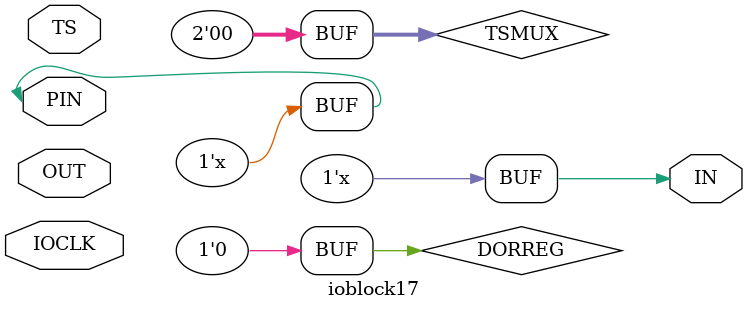
<source format=v>
module ioblock17(
	       inout  PIN,
	       input  TS,
	       input  OUT,
	       output IN,
	       input IOCLK
	       );
   
   reg 		     D;
   reg [2-1:0] 	     TSMUX;
   reg 		     DORREG;

   assign PIN = ( TSMUX == 2'b00 ) ? 1'bz : (( TSMUX == 2'b01 && TS == 1'b1 ) ? OUT : (( TSMUX == 2'b01 && TS == 1'b0 ) ? 1'bz : OUT));
   assign IN  = ( DORREG == 1'b0 ) ? PIN  : D;
   
   initial
     begin
	D=1'b0;
	TSMUX=2'b00;
	DORREG=1'b0;
     end
   
   always @(posedge IOCLK) D=PIN;
   
endmodule       

</source>
